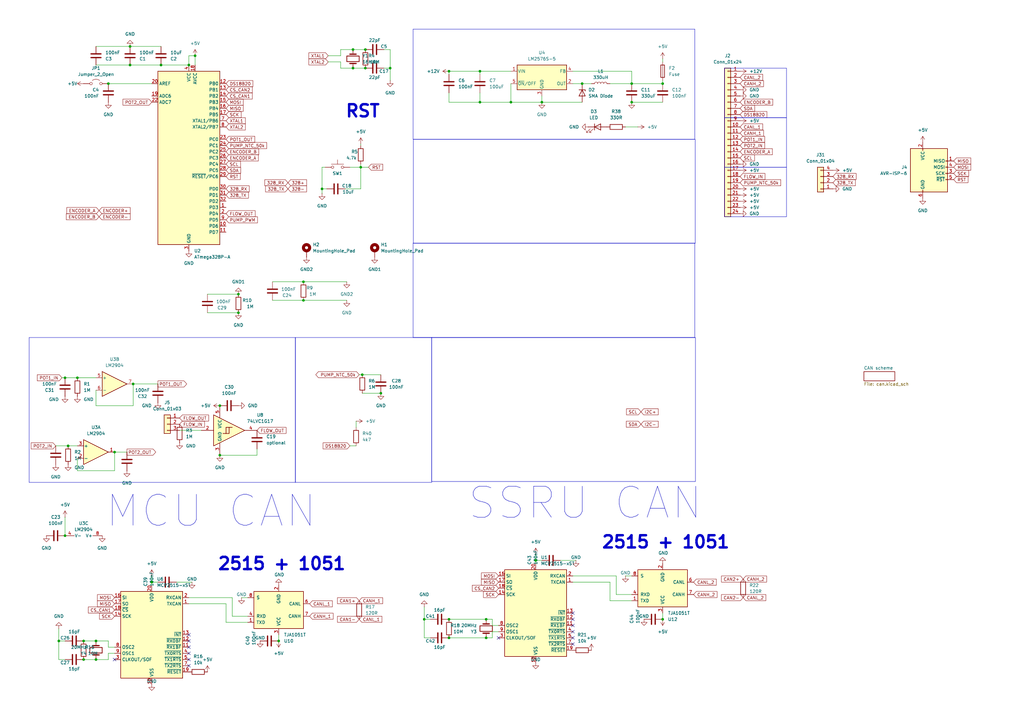
<source format=kicad_sch>
(kicad_sch (version 20250114) (generator "eeschema") (generator_version "9.0")
  (paper "A3")
  (rectangle (start 169.545 57.15) (end 285.115 99.822))
  (rectangle (start 177.038 138.43) (end 285.242 197.485))
  (rectangle (start 169.418 99.695) (end 284.988 138.43))
  (rectangle (start 297.18 27.94) (end 322.58 48.26))
  (rectangle (start 297.18 48.26) (end 322.58 68.58))
  (rectangle (start 121.158 138.43) (end 177.038 197.866))
  (rectangle (start 297.18 68.58) (end 322.58 88.9))
  (rectangle (start 11.938 138.43) (end 121.158 197.866))
  (rectangle (start 169.418 11.938) (end 284.988 57.15))
  (text "MCU CAN\n" (at 86.614 209.804 0) (effects (font (size 12.7 12.7))))
  (text "2515 + 1051" (at 273.05 222.504 0) (effects (font (size 5 5) (thickness 1) (bold yes))))
  (text "2515 + 1051" (at 115.57 231.394 0) (effects (font (size 5 5) (thickness 1) (bold yes))))
  (text "RST" (at 141.351 45.72 0) (effects (font (size 5 5) (thickness 1) (bold yes)) (justify left)))
  (text "SSRU CAN" (at 240.03 206.502 0) (effects (font (size 12.7 12.7))))
  (junction (at 196.85 29.21))
  (junction (at 124.46 115.57))
  (junction (at 271.78 34.29))
  (junction (at 44.45 34.29))
  (junction (at 156.21 161.29))
  (junction (at 77.47 26.67))
  (junction (at 149.86 20.32))
  (junction (at 199.39 261.62))
  (junction (at 34.29 270.51))
  (junction (at 124.46 123.19))
  (junction (at 53.34 26.67))
  (junction (at 196.85 41.91))
  (junction (at 53.34 19.05))
  (junction (at 149.86 27.94))
  (junction (at 24.13 262.89))
  (junction (at 238.76 34.29))
  (junction (at 39.37 262.89))
  (junction (at 219.71 229.87))
  (junction (at 259.08 41.91))
  (junction (at 184.15 261.62))
  (junction (at 90.17 186.69))
  (junction (at 184.15 254))
  (junction (at 144.78 27.94))
  (junction (at 39.37 270.51))
  (junction (at 199.39 254))
  (junction (at 259.08 34.29))
  (junction (at 66.04 26.67))
  (junction (at 46.99 185.42))
  (junction (at 34.29 262.89))
  (junction (at 97.79 120.65))
  (junction (at 26.67 219.71))
  (junction (at 114.3 262.89))
  (junction (at 160.02 27.94))
  (junction (at 26.67 154.94))
  (junction (at 222.25 41.91))
  (junction (at 80.01 22.86))
  (junction (at 90.17 166.37))
  (junction (at 31.75 154.94))
  (junction (at 132.08 77.47))
  (junction (at 209.55 41.91))
  (junction (at 173.99 254))
  (junction (at 147.955 68.58))
  (junction (at 54.61 157.48))
  (junction (at 184.15 29.21))
  (junction (at 144.78 20.32))
  (junction (at 148.59 153.67))
  (junction (at 27.94 182.88))
  (junction (at 62.23 238.76))
  (junction (at 97.79 128.27))
  (junction (at 271.78 254))
  (no_connect (at 77.47 265.43))
  (no_connect (at 204.47 261.62))
  (no_connect (at 234.95 259.08))
  (no_connect (at 234.95 264.16))
  (no_connect (at 234.95 251.46))
  (no_connect (at 234.95 261.62))
  (no_connect (at 77.47 273.05))
  (no_connect (at 234.95 254))
  (no_connect (at 46.99 270.51))
  (no_connect (at 77.47 260.35))
  (no_connect (at 77.47 267.97))
  (no_connect (at 77.47 270.51))
  (no_connect (at 77.47 262.89))
  (no_connect (at 234.95 256.54))
  (wire (pts (xy 160.02 33.02) (xy 160.02 27.94)))
  (wire (pts (xy 53.34 19.05) (xy 66.04 19.05)))
  (wire (pts (xy 173.99 261.62) (xy 176.53 261.62)))
  (wire (pts (xy 149.86 20.32) (xy 144.78 20.32)))
  (wire (pts (xy 39.37 19.05) (xy 53.34 19.05)))
  (wire (pts (xy 250.19 238.76) (xy 234.95 238.76)))
  (wire (pts (xy 53.34 26.67) (xy 66.04 26.67)))
  (wire (pts (xy 148.59 153.67) (xy 147.32 153.67)))
  (wire (pts (xy 92.71 255.27) (xy 92.71 247.65)))
  (wire (pts (xy 271.78 24.13) (xy 271.78 25.4)))
  (wire (pts (xy 44.45 34.29) (xy 62.23 34.29)))
  (wire (pts (xy 184.15 41.91) (xy 184.15 38.1)))
  (wire (pts (xy 204.47 259.08) (xy 201.93 259.08)))
  (wire (pts (xy 24.13 270.51) (xy 24.13 262.89)))
  (wire (pts (xy 238.76 34.29) (xy 234.95 34.29)))
  (wire (pts (xy 250.19 34.29) (xy 259.08 34.29)))
  (wire (pts (xy 148.59 161.29) (xy 156.21 161.29)))
  (wire (pts (xy 52.07 185.42) (xy 46.99 185.42)))
  (wire (pts (xy 95.25 252.73) (xy 95.25 245.11)))
  (wire (pts (xy 222.25 229.87) (xy 219.71 229.87)))
  (wire (pts (xy 124.46 123.19) (xy 111.76 123.19)))
  (wire (pts (xy 26.67 262.89) (xy 24.13 262.89)))
  (wire (pts (xy 256.54 52.07) (xy 261.62 52.07)))
  (wire (pts (xy 92.71 247.65) (xy 77.47 247.65)))
  (wire (pts (xy 184.15 29.21) (xy 184.15 30.48)))
  (wire (pts (xy 201.93 256.54) (xy 201.93 254)))
  (wire (pts (xy 176.53 254) (xy 173.99 254)))
  (wire (pts (xy 146.05 172.72) (xy 146.05 175.26)))
  (wire (pts (xy 184.15 261.62) (xy 199.39 261.62)))
  (wire (pts (xy 34.29 270.51) (xy 39.37 270.51)))
  (wire (pts (xy 139.7 25.4) (xy 134.62 25.4)))
  (wire (pts (xy 44.45 267.97) (xy 44.45 270.51)))
  (wire (pts (xy 147.955 68.58) (xy 147.955 77.47)))
  (wire (pts (xy 139.7 27.94) (xy 139.7 25.4)))
  (wire (pts (xy 250.19 246.38) (xy 250.19 238.76)))
  (wire (pts (xy 147.955 67.31) (xy 147.955 68.58)))
  (wire (pts (xy 105.41 186.69) (xy 90.17 186.69)))
  (wire (pts (xy 222.25 41.91) (xy 222.25 39.37)))
  (wire (pts (xy 80.01 22.86) (xy 77.47 22.86)))
  (wire (pts (xy 124.46 115.57) (xy 111.76 115.57)))
  (wire (pts (xy 99.06 245.11) (xy 101.6 245.11)))
  (wire (pts (xy 271.78 254) (xy 271.78 251.46)))
  (wire (pts (xy 44.45 262.89) (xy 39.37 262.89)))
  (wire (pts (xy 66.04 26.67) (xy 77.47 26.67)))
  (wire (pts (xy 72.39 238.76) (xy 78.74 238.76)))
  (wire (pts (xy 101.6 255.27) (xy 92.71 255.27)))
  (wire (pts (xy 184.15 29.21) (xy 196.85 29.21)))
  (wire (pts (xy 147.955 59.055) (xy 147.955 59.69)))
  (wire (pts (xy 201.93 259.08) (xy 201.93 261.62)))
  (wire (pts (xy 229.87 229.87) (xy 236.22 229.87)))
  (wire (pts (xy 141.605 77.47) (xy 147.955 77.47)))
  (wire (pts (xy 62.23 238.76) (xy 62.23 240.03)))
  (wire (pts (xy 196.85 29.21) (xy 196.85 30.48)))
  (wire (pts (xy 238.76 34.29) (xy 242.57 34.29)))
  (wire (pts (xy 39.37 154.94) (xy 31.75 154.94)))
  (wire (pts (xy 77.47 22.86) (xy 77.47 26.67)))
  (wire (pts (xy 95.25 245.11) (xy 77.47 245.11)))
  (wire (pts (xy 252.73 236.22) (xy 234.95 236.22)))
  (wire (pts (xy 196.85 38.1) (xy 196.85 41.91)))
  (wire (pts (xy 105.41 186.69) (xy 105.41 184.15)))
  (wire (pts (xy 31.75 187.96) (xy 31.75 193.04)))
  (wire (pts (xy 101.6 252.73) (xy 95.25 252.73)))
  (wire (pts (xy 157.48 27.94) (xy 160.02 27.94)))
  (wire (pts (xy 259.08 246.38) (xy 250.19 246.38)))
  (wire (pts (xy 62.23 236.22) (xy 62.23 238.76)))
  (wire (pts (xy 64.77 238.76) (xy 62.23 238.76)))
  (wire (pts (xy 219.71 229.87) (xy 219.71 231.14)))
  (wire (pts (xy 173.99 261.62) (xy 173.99 254)))
  (wire (pts (xy 132.08 68.58) (xy 132.08 77.47)))
  (wire (pts (xy 256.54 236.22) (xy 259.08 236.22)))
  (wire (pts (xy 26.67 154.94) (xy 31.75 154.94)))
  (wire (pts (xy 222.25 41.91) (xy 238.76 41.91)))
  (wire (pts (xy 31.75 193.04) (xy 46.99 193.04)))
  (wire (pts (xy 132.08 79.375) (xy 132.08 77.47)))
  (wire (pts (xy 44.45 265.43) (xy 44.45 262.89)))
  (wire (pts (xy 173.99 248.92) (xy 173.99 254)))
  (wire (pts (xy 234.95 29.21) (xy 259.08 29.21)))
  (wire (pts (xy 54.61 157.48) (xy 64.77 157.48)))
  (wire (pts (xy 34.29 262.89) (xy 39.37 262.89)))
  (wire (pts (xy 124.46 123.19) (xy 142.24 123.19)))
  (wire (pts (xy 24.13 270.51) (xy 26.67 270.51)))
  (wire (pts (xy 196.85 29.21) (xy 209.55 29.21)))
  (wire (pts (xy 139.7 20.32) (xy 144.78 20.32)))
  (wire (pts (xy 259.08 243.84) (xy 252.73 243.84)))
  (wire (pts (xy 209.55 34.29) (xy 209.55 41.91)))
  (wire (pts (xy 259.08 29.21) (xy 259.08 34.29)))
  (wire (pts (xy 25.4 154.94) (xy 26.67 154.94)))
  (wire (pts (xy 143.51 68.58) (xy 147.955 68.58)))
  (wire (pts (xy 252.73 243.84) (xy 252.73 236.22)))
  (wire (pts (xy 184.15 254) (xy 199.39 254)))
  (wire (pts (xy 184.15 41.91) (xy 196.85 41.91)))
  (wire (pts (xy 39.37 160.02) (xy 39.37 166.37)))
  (wire (pts (xy 139.7 27.94) (xy 144.78 27.94)))
  (wire (pts (xy 46.99 185.42) (xy 46.99 193.04)))
  (wire (pts (xy 44.45 270.51) (xy 39.37 270.51)))
  (wire (pts (xy 204.47 256.54) (xy 201.93 256.54)))
  (wire (pts (xy 39.37 166.37) (xy 54.61 166.37)))
  (wire (pts (xy 143.51 182.88) (xy 146.05 182.88)))
  (wire (pts (xy 148.59 153.67) (xy 156.21 153.67)))
  (wire (pts (xy 201.93 254) (xy 199.39 254)))
  (wire (pts (xy 147.955 68.58) (xy 151.13 68.58)))
  (wire (pts (xy 259.08 41.91) (xy 271.78 41.91)))
  (wire (pts (xy 201.93 261.62) (xy 199.39 261.62)))
  (wire (pts (xy 209.55 41.91) (xy 222.25 41.91)))
  (wire (pts (xy 31.75 182.88) (xy 27.94 182.88)))
  (wire (pts (xy 24.13 257.81) (xy 24.13 262.89)))
  (wire (pts (xy 160.02 20.32) (xy 160.02 27.94)))
  (wire (pts (xy 114.3 262.89) (xy 114.3 260.35)))
  (wire (pts (xy 73.66 176.53) (xy 82.55 176.53)))
  (wire (pts (xy 27.94 182.88) (xy 22.86 182.88)))
  (wire (pts (xy 196.85 41.91) (xy 209.55 41.91)))
  (wire (pts (xy 46.99 265.43) (xy 44.45 265.43)))
  (wire (pts (xy 133.35 68.58) (xy 132.08 68.58)))
  (wire (pts (xy 271.78 33.02) (xy 271.78 34.29)))
  (wire (pts (xy 39.37 26.67) (xy 53.34 26.67)))
  (wire (pts (xy 139.7 20.32) (xy 139.7 22.86)))
  (wire (pts (xy 80.01 22.86) (xy 80.01 26.67)))
  (wire (pts (xy 259.08 34.29) (xy 271.78 34.29)))
  (wire (pts (xy 160.02 20.32) (xy 157.48 20.32)))
  (wire (pts (xy 132.08 77.47) (xy 133.985 77.47)))
  (wire (pts (xy 149.86 27.94) (xy 144.78 27.94)))
  (wire (pts (xy 219.71 227.33) (xy 219.71 229.87)))
  (wire (pts (xy 85.09 120.65) (xy 97.79 120.65)))
  (wire (pts (xy 46.99 267.97) (xy 44.45 267.97)))
  (wire (pts (xy 54.61 166.37) (xy 54.61 157.48)))
  (wire (pts (xy 85.09 128.27) (xy 97.79 128.27)))
  (wire (pts (xy 26.67 212.09) (xy 26.67 219.71)))
  (wire (pts (xy 134.62 22.86) (xy 139.7 22.86)))
  (wire (pts (xy 124.46 115.57) (xy 142.24 115.57)))
  (global_label "CANL_1" (shape input) (at 147.32 254 0) (property "Intersheetrefs" "${INTERSHEET_REFS}" (effects (hide yes))))
  (global_label "ENCODER_A" (shape input) (at 92.71 64.77 0) (property "Intersheetrefs" "${INTERSHEET_REFS}" (effects (hide yes))))
  (global_label "ENCODER-" (shape input) (at 40.64 88.9 0) (property "Intersheetrefs" "${INTERSHEET_REFS}" (effects (hide yes))))
  (global_label "CAN2+" (shape input) (at 304.8 237.49 180) (property "Intersheetrefs" "${INTERSHEET_REFS}" (effects (hide yes))))
  (global_label "328_RX" (shape input) (at 92.71 77.47 0) (property "Intersheetrefs" "${INTERSHEET_REFS}" (effects (hide yes))))
  (global_label "328_TX" (shape input) (at 92.71 80.01 0) (property "Intersheetrefs" "${INTERSHEET_REFS}" (effects (hide yes))))
  (global_label "ENCODER_B" (shape input) (at 92.71 62.23 0) (property "Intersheetrefs" "${INTERSHEET_REFS}" (effects (hide yes))))
  (global_label "MISO" (shape input) (at 391.16 66.04 0) (property "Intersheetrefs" "${INTERSHEET_REFS}" (effects (hide yes))))
  (global_label "MISO" (shape input) (at 46.99 247.65 180) (property "Intersheetrefs" "${INTERSHEET_REFS}" (effects (hide yes))))
  (global_label "ENCODER_A" (shape input) (at 40.64 86.36 180) (property "Intersheetrefs" "${INTERSHEET_REFS}" (effects (hide yes))))
  (global_label "328_TX" (shape input) (at 341.63 74.93 0) (property "Intersheetrefs" "${INTERSHEET_REFS}" (effects (hide yes))))
  (global_label "XTAL1" (shape input) (at 134.62 22.86 180) (property "Intersheetrefs" "${INTERSHEET_REFS}" (effects (hide yes))))
  (global_label "RST" (shape input) (at 391.16 73.66 0) (property "Intersheetrefs" "${INTERSHEET_REFS}" (effects (hide yes))))
  (global_label "CS_CAN2" (shape input) (at 204.47 241.3 180) (property "Intersheetrefs" "${INTERSHEET_REFS}" (effects (hide yes))))
  (global_label "POT1_IN" (shape input) (at 303.53 57.15 0) (property "Intersheetrefs" "${INTERSHEET_REFS}" (effects (hide yes))))
  (global_label "FLOW_IN" (shape input) (at 303.53 72.39 0) (property "Intersheetrefs" "${INTERSHEET_REFS}" (effects (hide yes))))
  (global_label "CANH_1" (shape input) (at 127 252.73 0) (property "Intersheetrefs" "${INTERSHEET_REFS}" (effects (hide yes))))
  (global_label "PUMP_PWM" (shape input) (at 92.71 90.17 0) (property "Intersheetrefs" "${INTERSHEET_REFS}" (effects (hide yes))))
  (global_label "POT2_OUT" (shape output) (at 52.07 185.42 0) (property "Intersheetrefs" "${INTERSHEET_REFS}" (effects (hide yes))))
  (global_label "ENCODER_B" (shape input) (at 40.64 88.9 180) (property "Intersheetrefs" "${INTERSHEET_REFS}" (effects (hide yes))))
  (global_label "CANH_2" (shape input) (at 284.48 243.84 0) (property "Intersheetrefs" "${INTERSHEET_REFS}" (effects (hide yes))))
  (global_label "SCK" (shape input) (at 204.47 243.84 180) (property "Intersheetrefs" "${INTERSHEET_REFS}" (effects (hide yes))))
  (global_label "CS_CAN1" (shape input) (at 92.71 39.37 0) (property "Intersheetrefs" "${INTERSHEET_REFS}" (effects (hide yes))))
  (global_label "MISO" (shape input) (at 204.47 238.76 180) (property "Intersheetrefs" "${INTERSHEET_REFS}" (effects (hide yes))))
  (global_label "DS18B20" (shape input) (at 303.53 46.99 0) (property "Intersheetrefs" "${INTERSHEET_REFS}" (effects (hide yes))))
  (global_label "328+" (shape input) (at 118.11 74.93 0) (property "Intersheetrefs" "${INTERSHEET_REFS}" (effects (hide yes))))
  (global_label "FLOW_OUT" (shape input) (at 92.71 87.63 0) (property "Intersheetrefs" "${INTERSHEET_REFS}" (effects (hide yes))))
  (global_label "CANH_1" (shape input) (at 147.32 246.38 0) (property "Intersheetrefs" "${INTERSHEET_REFS}" (effects (hide yes))))
  (global_label "328_RX" (shape input) (at 341.63 72.39 0) (property "Intersheetrefs" "${INTERSHEET_REFS}" (effects (hide yes))))
  (global_label "CAN1+" (shape input) (at 147.32 246.38 180) (property "Intersheetrefs" "${INTERSHEET_REFS}" (effects (hide yes))))
  (global_label "SDA" (shape input) (at 262.89 173.99 180) (property "Intersheetrefs" "${INTERSHEET_REFS}" (effects (hide yes))))
  (global_label "CANH_2" (shape input) (at 303.53 34.29 0) (property "Intersheetrefs" "${INTERSHEET_REFS}" (effects (hide yes))))
  (global_label "POT1_OUT" (shape output) (at 64.77 157.48 0) (property "Intersheetrefs" "${INTERSHEET_REFS}" (effects (hide yes))))
  (global_label "CANH_2" (shape input) (at 304.8 237.49 0) (property "Intersheetrefs" "${INTERSHEET_REFS}" (effects (hide yes))))
  (global_label "CANL_1" (shape input) (at 127 247.65 0) (property "Intersheetrefs" "${INTERSHEET_REFS}" (effects (hide yes))))
  (global_label "CS_CAN2" (shape input) (at 92.71 36.83 0) (property "Intersheetrefs" "${INTERSHEET_REFS}" (effects (hide yes))))
  (global_label "DS18B20" (shape input) (at 92.71 34.29 0) (property "Intersheetrefs" "${INTERSHEET_REFS}" (effects (hide yes))))
  (global_label "I2C+" (shape input) (at 262.89 168.91 0) (property "Intersheetrefs" "${INTERSHEET_REFS}" (effects (hide yes))))
  (global_label "CANL_2" (shape input) (at 303.53 31.75 0) (property "Intersheetrefs" "${INTERSHEET_REFS}" (effects (hide yes))))
  (global_label "MOSI" (shape input) (at 92.71 41.91 0) (property "Intersheetrefs" "${INTERSHEET_REFS}" (effects (hide yes))))
  (global_label "SCK" (shape input) (at 391.16 71.12 0) (property "Intersheetrefs" "${INTERSHEET_REFS}" (effects (hide yes))))
  (global_label "SDA" (shape input) (at 303.53 44.45 0) (property "Intersheetrefs" "${INTERSHEET_REFS}" (effects (hide yes))))
  (global_label "CANH_1" (shape input) (at 303.53 54.61 0) (property "Intersheetrefs" "${INTERSHEET_REFS}" (effects (hide yes))))
  (global_label "MISO" (shape input) (at 92.71 44.45 0) (property "Intersheetrefs" "${INTERSHEET_REFS}" (effects (hide yes))))
  (global_label "POT2_IN" (shape input) (at 22.86 182.88 180) (property "Intersheetrefs" "${INTERSHEET_REFS}" (effects (hide yes))))
  (global_label "MOSI" (shape input) (at 46.99 245.11 180) (property "Intersheetrefs" "${INTERSHEET_REFS}" (effects (hide yes))))
  (global_label "POT2_IN" (shape input) (at 303.53 59.69 0) (property "Intersheetrefs" "${INTERSHEET_REFS}" (effects (hide yes))))
  (global_label "328_RX" (shape input) (at 118.11 74.93 180) (property "Intersheetrefs" "${INTERSHEET_REFS}" (effects (hide yes))))
  (global_label "SCL" (shape input) (at 92.71 67.31 0) (property "Intersheetrefs" "${INTERSHEET_REFS}" (effects (hide yes))))
  (global_label "SCK" (shape input) (at 92.71 46.99 0) (property "Intersheetrefs" "${INTERSHEET_REFS}" (effects (hide yes))))
  (global_label "DS18B20" (shape input) (at 143.51 182.88 180) (property "Intersheetrefs" "${INTERSHEET_REFS}" (effects (hide yes))))
  (global_label "FLOW_OUT" (shape input) (at 105.41 176.53 0) (property "Intersheetrefs" "${INTERSHEET_REFS}" (effects (hide yes))))
  (global_label "FLOW_IN" (shape input) (at 73.66 173.99 0) (property "Intersheetrefs" "${INTERSHEET_REFS}" (effects (hide yes))))
  (global_label "328-" (shape input) (at 118.11 77.47 0) (property "Intersheetrefs" "${INTERSHEET_REFS}" (effects (hide yes))))
  (global_label "CS_CAN1" (shape input) (at 46.99 250.19 180) (property "Intersheetrefs" "${INTERSHEET_REFS}" (effects (hide yes))))
  (global_label "SCL" (shape input) (at 303.53 64.77 0) (property "Intersheetrefs" "${INTERSHEET_REFS}" (effects (hide yes))))
  (global_label "POT1_OUT" (shape input) (at 92.71 57.15 0) (property "Intersheetrefs" "${INTERSHEET_REFS}" (effects (hide yes))))
  (global_label "CAN2-" (shape input) (at 304.8 245.11 180) (property "Intersheetrefs" "${INTERSHEET_REFS}" (effects (hide yes))))
  (global_label "PUMP_NTC_50k" (shape input) (at 92.71 59.69 0) (property "Intersheetrefs" "${INTERSHEET_REFS}" (effects (hide yes))))
  (global_label "ENCODER_B" (shape input) (at 303.53 41.91 0) (property "Intersheetrefs" "${INTERSHEET_REFS}" (effects (hide yes))))
  (global_label "MOSI" (shape input) (at 204.47 236.22 180) (property "Intersheetrefs" "${INTERSHEET_REFS}" (effects (hide yes))))
  (global_label "POT1_IN" (shape input) (at 25.4 154.94 180) (property "Intersheetrefs" "${INTERSHEET_REFS}" (effects (hide yes))))
  (global_label "CANL_1" (shape input) (at 303.53 52.07 0) (property "Intersheetrefs" "${INTERSHEET_REFS}" (effects (hide yes))))
  (global_label "XTAL1" (shape input) (at 92.71 49.53 0) (property "Intersheetrefs" "${INTERSHEET_REFS}" (effects (hide yes))))
  (global_label "SCK" (shape input) (at 46.99 252.73 180) (property "Intersheetrefs" "${INTERSHEET_REFS}" (effects (hide yes))))
  (global_label "ENCODER+" (shape input) (at 40.64 86.36 0) (property "Intersheetrefs" "${INTERSHEET_REFS}" (effects (hide yes))))
  (global_label "POT2_OUT" (shape input) (at 62.23 41.91 180) (property "Intersheetrefs" "${INTERSHEET_REFS}" (effects (hide yes))))
  (global_label "PUMP_NTC_50k" (shape bidirectional) (at 147.32 153.67 180) (property "Intersheetrefs" "${INTERSHEET_REFS}" (effects (hide yes))))
  (global_label "328_TX" (shape input) (at 118.11 77.47 180) (property "Intersheetrefs" "${INTERSHEET_REFS}" (effects (hide yes))))
  (global_label "RST" (shape input) (at 92.71 72.39 0) (property "Intersheetrefs" "${INTERSHEET_REFS}" (effects (hide yes))))
  (global_label "SDA" (shape input) (at 92.71 69.85 0) (property "Intersheetrefs" "${INTERSHEET_REFS}" (effects (hide yes))))
  (global_label "SCL" (shape input) (at 262.89 168.91 180) (property "Intersheetrefs" "${INTERSHEET_REFS}" (effects (hide yes))))
  (global_label "FLOW_OUT" (shape input) (at 73.66 171.45 0) (property "Intersheetrefs" "${INTERSHEET_REFS}" (effects (hide yes))))
  (global_label "XTAL2" (shape input) (at 134.62 25.4 180) (property "Intersheetrefs" "${INTERSHEET_REFS}" (effects (hide yes))))
  (global_label "PUMP_NTC_50k" (shape input) (at 303.53 74.93 0) (property "Intersheetrefs" "${INTERSHEET_REFS}" (effects (hide yes))))
  (global_label "RST" (shape input) (at 151.13 68.58 0) (property "Intersheetrefs" "${INTERSHEET_REFS}" (effects (hide yes))))
  (global_label "MOSI" (shape input) (at 391.16 68.58 0) (property "Intersheetrefs" "${INTERSHEET_REFS}" (effects (hide yes))))
  (global_label "ENCODER_A" (shape input) (at 303.53 62.23 0) (property "Intersheetrefs" "${INTERSHEET_REFS}" (effects (hide yes))))
  (global_label "CANL_2" (shape input) (at 304.8 245.11 0) (property "Intersheetrefs" "${INTERSHEET_REFS}" (effects (hide yes))))
  (global_label "I2C-" (shape input) (at 262.89 173.99 0) (property "Intersheetrefs" "${INTERSHEET_REFS}" (effects (hide yes))))
  (global_label "CAN1-" (shape input) (at 147.32 254 180) (property "Intersheetrefs" "${INTERSHEET_REFS}" (effects (hide yes))))
  (global_label "XTAL2" (shape input) (at 92.71 52.07 0) (property "Intersheetrefs" "${INTERSHEET_REFS}" (effects (hide yes))))
  (global_label "CANL_2" (shape input) (at 284.48 238.76 0) (property "Intersheetrefs" "${INTERSHEET_REFS}" (effects (hide yes))))
  (symbol (lib_id "power:GND") (at 219.71 271.78 0) (unit 1)
    (property "Reference" "#PWR033" (effects (hide yes)))
    (property "Value" "GND" (at 219.71 270.51 0))
  )
  (symbol (lib_id "power:+5V") (at 303.53 80.01 270) (mirror x) (unit 1)
    (property "Reference" "#PWR0110" (effects (hide yes)))
    (property "Value" "+5V" (at 307.34 80.0099 90) (effects (justify left)))
    (property "Description" "Power symbol creates a global label with name \"+5V\"" (effects (hide yes)))
  )
  (symbol (lib_id "power:+12V") (at 303.53 29.21 270) (mirror x) (unit 1)
    (property "Reference" "#PWR06" (effects (hide yes)))
    (property "Value" "+12V" (at 307.34 29.2099 90) (effects (justify left)))
    (property "Description" "Power symbol creates a global label with name \"+12V\"" (effects (hide yes)))
  )
  (symbol (lib_id "Device:C") (at 180.34 261.62 90) (mirror x) (unit 1)
    (property "Reference" "C42" (at 176.53 262.89 90))
    (property "Value" "16pF" (at 180.34 265.43 90))
    (property "Footprint" "RMC_Capacitor:C_0805_2012Metric_Pad1.18x1.45mm_HandSolder_L" (effects (hide yes)))
  )
  (symbol (lib_id "power:GND") (at 52.07 193.04 0) (unit 1)
    (property "Reference" "#PWR039" (effects (hide yes)))
    (property "Value" "GND" (at 52.07 198.12 0))
    (property "Description" "Power symbol creates a global label with name \"GND\" , ground" (effects (hide yes)))
  )
  (symbol (lib_id "Device:Crystal") (at 39.37 266.7 270) (unit 1)
    (property "Reference" "Y4" (at 35.56 267.9701 90) (effects (justify right)))
    (property "Value" "20MHz" (at 35.56 265.4301 90) (effects (justify right)))
    (property "Footprint" "RMC_Crystal:Crystal_HC49-U_Vertical_W_SMD" (effects (hide yes)))
    (property "Description" "Two pin crystal" (effects (hide yes)))
  )
  (symbol (lib_id "Device:LED") (at 245.11 52.07 0) (unit 1)
    (property "Reference" "D3" (at 243.5225 45.72 0))
    (property "Value" "LED" (at 243.5225 48.26 0))
    (property "Footprint" "RMC_LED:LED_0805_2012Metric_Pad1.45x1.40mm_HandSolder" (effects (hide yes)))
    (property "Description" "Light emitting diode" (effects (hide yes)))
  )
  (symbol (lib_id "Interface_CAN_LIN:TJA1051T") (at 271.78 241.3 0) (mirror x) (unit 1)
    (property "Reference" "U12" (at 273.9233 254 0) (effects (justify left)))
    (property "Value" "TJA1051T" (at 273.9233 251.46 0) (effects (justify left)))
    (property "Footprint" "RMC_SO:SOIC-8_3.9x4.9mm_P1.27mm_RMC_Handsolder" (effects (hide yes)))
    (property "Datasheet" "http://www.nxp.com/docs/en/data-sheet/TJA1051.pdf" (effects (hide yes)))
    (property "Description" "High-Speed CAN Transceiver, silent mode, SOIC-8" (effects (hide yes)))
  )
  (symbol (lib_id "Device:C") (at 137.795 77.47 90) (unit 1)
    (property "Reference" "C18" (at 142.24 76.2 90))
    (property "Value" "10uF" (at 142.875 78.74 90))
    (property "Footprint" "RMC_Capacitor:C_0805_2012Metric_Pad1.18x1.45mm_HandSolder_L" (effects (hide yes)))
  )
  (symbol (lib_id "power:+5V") (at 34.29 34.29 90) (unit 1)
    (property "Reference" "#PWR077" (effects (hide yes)))
    (property "Value" "+5V" (at 31.75 34.2899 90) (effects (justify left)))
    (property "Description" "Power symbol creates a global label with name \"+5V\"" (effects (hide yes)))
  )
  (symbol (lib_id "Device:C") (at 39.37 22.86 0) (mirror y) (unit 1)
    (property "Reference" "C3" (at 43.18 24.1301 0) (effects (justify right)))
    (property "Value" "100nF" (at 43.18 21.5901 0) (effects (justify right)))
    (property "Footprint" "RMC_Capacitor:C_0805_2012Metric_Pad1.18x1.45mm_HandSolder_L" (effects (hide yes)))
    (property "Description" "Unpolarized capacitor" (effects (hide yes)))
  )
  (symbol (lib_id "Device:C") (at 30.48 262.89 90) (unit 1)
    (property "Reference" "C26" (at 26.67 261.62 90))
    (property "Value" "16pF" (at 30.48 259.08 90))
    (property "Footprint" "RMC_Capacitor:C_0805_2012Metric_Pad1.18x1.45mm_HandSolder_L" (effects (hide yes)))
  )
  (symbol (lib_id "Device:R") (at 73.66 177.8 180) (unit 1)
    (property "Reference" "R3" (at 76.2 176.5299 0) (effects (justify right)))
    (property "Value" "1M" (at 76.2 179.0699 0) (effects (justify right)))
    (property "Footprint" "RMC_Resistor:R_0805_2012Metric_Pad1.20x1.40mm_HandSolder_L" (effects (hide yes)))
    (property "Description" "Resistor" (effects (hide yes)))
  )
  (symbol (lib_id "power:GND") (at 303.53 36.83 90) (mirror x) (unit 1)
    (property "Reference" "#PWR027" (effects (hide yes)))
    (property "Value" "GND" (at 307.34 36.8299 90) (effects (justify right)))
    (property "Description" "Power symbol creates a global label with name \"GND\" , ground" (effects (hide yes)))
  )
  (symbol (lib_id "power:GND") (at 303.53 39.37 90) (mirror x) (unit 1)
    (property "Reference" "#PWR024" (effects (hide yes)))
    (property "Value" "GND" (at 307.34 39.3699 90) (effects (justify right)))
    (property "Description" "Power symbol creates a global label with name \"GND\" , ground" (effects (hide yes)))
  )
  (symbol (lib_id "power:GND") (at 78.74 238.76 0) (unit 1)
    (property "Reference" "#PWR015" (effects (hide yes)))
    (property "Value" "GND" (at 78.74 237.49 0))
  )
  (symbol (lib_id "Amplifier_Operational:LM2904") (at 39.37 185.42 0) (unit 1)
    (property "Reference" "U3" (at 39.37 175.26 0))
    (property "Value" "LM2904" (at 39.37 177.8 0))
    (property "Footprint" "RMC_SO:SOIC-8_3.9x4.9mm_P1.27mm_RMC_Handsolder" (effects (hide yes)))
    (property "Datasheet" "http://www.ti.com/lit/ds/symlink/lm358.pdf" (effects (hide yes)))
    (property "Description" "Dual Operational Amplifiers, DIP-8/SOIC-8/TSSOP-8/VSSOP-8" (effects (hide yes)))
  )
  (symbol (lib_id "power:+5V") (at 261.62 52.07 270) (unit 1)
    (property "Reference" "#PWR040" (effects (hide yes)))
    (property "Value" "+5V" (at 265.43 52.0699 90) (effects (justify left)))
    (property "Description" "Power symbol creates a global label with name \"+5V\"" (effects (hide yes)))
  )
  (symbol (lib_id "power:+5V") (at 114.3 262.89 180) (unit 1)
    (property "Reference" "#PWR026" (effects (hide yes)))
    (property "Value" "+5V" (at 114.3 267.97 0))
  )
  (symbol (lib_id "Connector_Generic:Conn_01x24") (at 298.45 57.15 0) (mirror y) (unit 1)
    (property "Reference" "J2" (at 298.45 22.86 0))
    (property "Value" "Conn_01x24" (at 298.45 25.4 0))
    (property "Footprint" "RMC_Connnector:HD241_24pin" (effects (hide yes)))
    (property "Description" "Generic connector, single row, 01x24, script generated (kicad-library-utils/schlib/autogen/connector/)" (effects (hide yes)))
  )
  (symbol (lib_id "Device:Crystal") (at 144.78 24.13 90) (unit 1)
    (property "Reference" "Y1" (at 148.59 22.8599 90) (effects (justify right)))
    (property "Value" "16MHz" (at 148.59 25.3999 90) (effects (justify right)))
    (property "Footprint" "RMC_Crystal:Crystal_HC49-U_Vertical_W_SMD" (effects (hide yes)))
    (property "Description" "Two pin crystal" (effects (hide yes)))
  )
  (symbol (lib_id "power:GND1") (at 153.67 105.41 0) (unit 1)
    (property "Reference" "#PWR055" (effects (hide yes)))
    (property "Value" "GND1" (at 153.67 110.49 0))
    (property "Description" "Power symbol creates a global label with name \"GND1\" , ground" (effects (hide yes)))
  )
  (symbol (lib_id "power:GND") (at 264.16 254 0) (unit 1)
    (property "Reference" "#PWR078" (effects (hide yes)))
    (property "Value" "GND" (at 264.16 252.73 0))
  )
  (symbol (lib_id "power:GND") (at 41.91 219.71 0) (unit 1)
    (property "Reference" "#PWR044" (effects (hide yes)))
    (property "Value" "GND" (at 41.91 224.79 0))
    (property "Description" "Power symbol creates a global label with name \"GND\" , ground" (effects (hide yes)))
  )
  (symbol (lib_id "Device:C") (at 68.58 238.76 270) (unit 1)
    (property "Reference" "C39" (at 59.69 240.538 0) (effects (justify right)))
    (property "Value" "100nF" (at 62.23 240.538 0) (effects (justify right)))
    (property "Footprint" "RMC_Capacitor:C_0805_2012Metric_Pad1.18x1.45mm_HandSolder_L" (effects (hide yes)))
    (property "Description" "Unpolarized capacitor" (effects (hide yes)))
  )
  (symbol (lib_id "Device:C") (at 267.97 254 270) (unit 1)
    (property "Reference" "C44" (at 259.08 255.778 0) (effects (justify right)))
    (property "Value" "100nF" (at 261.62 255.778 0) (effects (justify right)))
    (property "Footprint" "RMC_Capacitor:C_0805_2012Metric_Pad1.18x1.45mm_HandSolder_L" (effects (hide yes)))
    (property "Description" "Unpolarized capacitor" (effects (hide yes)))
  )
  (symbol (lib_id "Interface_CAN_LIN:MCP2515-xST") (at 219.71 251.46 0) (unit 1)
    (property "Reference" "U1" (at 221.8533 228.6 0) (effects (justify left)))
    (property "Value" "MCP2515-xST" (at 221.8533 231.14 0) (effects (justify left)))
    (property "Footprint" "Package_SO:TSSOP-20_4.4x6.5mm_P0.65mm" (effects (hide yes)))
    (property "Datasheet" "http://ww1.microchip.com/downloads/en/DeviceDoc/21801e.pdf" (effects (hide yes)))
    (property "Description" "Stand-Alone CAN Controller with SPI Interface, TSSOP-20" (effects (hide yes)))
  )
  (symbol (lib_id "Connector_Generic:Conn_01x03") (at 68.58 173.99 0) (mirror y) (unit 1)
    (property "Reference" "J5" (at 68.58 165.1 0))
    (property "Value" "Conn_01x03" (at 68.58 167.64 0))
    (property "Footprint" "Jumper:SolderJumper-3_P1.3mm_Open_Pad1.0x1.5mm" (effects (hide yes)))
    (property "Description" "Generic connector, single row, 01x03, script generated (kicad-library-utils/schlib/autogen/connector/)" (effects (hide yes)))
  )
  (symbol (lib_id "power:GND") (at 241.3 52.07 270) (unit 1)
    (property "Reference" "#PWR083" (effects (hide yes)))
    (property "Value" "GND" (at 237.49 52.0699 90) (effects (justify right)))
    (property "Description" "Power symbol creates a global label with name \"GND\" , ground" (effects (hide yes)))
  )
  (symbol (lib_id "Device:R") (at 97.79 124.46 0) (mirror x) (unit 1)
    (property "Reference" "R10" (at 101.346 123.19 0))
    (property "Value" "1M" (at 102.616 125.73 0))
    (property "Footprint" "RMC_Resistor:R_0805_2012Metric_Pad1.20x1.40mm_HandSolder_L" (effects (hide yes)))
  )
  (symbol (lib_id "Device:C") (at 153.67 27.94 270) (unit 1)
    (property "Reference" "C17" (at 157.48 29.21 90))
    (property "Value" "22pF" (at 153.67 31.75 90))
    (property "Footprint" "RMC_Capacitor:C_0805_2012Metric_Pad1.18x1.45mm_HandSolder_L" (effects (hide yes)))
  )
  (symbol (lib_id "power:+5V") (at 271.78 254 180) (unit 1)
    (property "Reference" "#PWR053" (effects (hide yes)))
    (property "Value" "+5V" (at 271.78 259.08 0))
  )
  (symbol (lib_id "Device:C") (at 105.41 180.34 180) (unit 1)
    (property "Reference" "C19" (at 109.22 179.0699 0) (effects (justify right)))
    (property "Value" "optional" (at 109.22 181.6099 0) (effects (justify right)))
    (property "Footprint" "RMC_Capacitor:C_0805_2012Metric_Pad1.18x1.45mm_HandSolder_L" (effects (hide yes)))
    (property "Description" "Unpolarized capacitor" (effects (hide yes)))
  )
  (symbol (lib_id "power:GND") (at 90.17 186.69 0) (unit 1)
    (property "Reference" "#PWR0107" (effects (hide yes)))
    (property "Value" "GND" (at 90.17 191.77 0))
    (property "Description" "Power symbol creates a global label with name \"GND\" , ground" (effects (hide yes)))
  )
  (symbol (lib_id "power:GND") (at 256.54 236.22 0) (unit 1)
    (property "Reference" "#PWR051" (effects (hide yes)))
    (property "Value" "GND" (at 256.54 234.95 0))
  )
  (symbol (lib_id "Device:R") (at 124.46 119.38 0) (mirror x) (unit 1)
    (property "Reference" "R9" (at 127 118.11 0))
    (property "Value" "1M" (at 128.27 120.65 0))
    (property "Footprint" "RMC_Resistor:R_0805_2012Metric_Pad1.20x1.40mm_HandSolder_L" (effects (hide yes)))
  )
  (symbol (lib_id "power:+5V") (at 80.01 22.86 0) (unit 1)
    (property "Reference" "#PWR076" (effects (hide yes)))
    (property "Value" "+5V" (at 80.01 17.78 0))
    (property "Description" "Power symbol creates a global label with name \"+5V\"" (effects (hide yes)))
  )
  (symbol (lib_id "Device:R") (at 147.955 63.5 180) (unit 1)
    (property "Reference" "R5" (at 145.415 62.23 0))
    (property "Value" "4.7k" (at 144.145 64.77 0))
    (property "Footprint" "RMC_Resistor:R_0805_2012Metric_Pad1.20x1.40mm_HandSolder_L" (effects (hide yes)))
  )
  (symbol (lib_id "Device:C") (at 184.15 34.29 180) (unit 1)
    (property "Reference" "C6" (at 187.96 33.0199 0) (effects (justify right)))
    (property "Value" "100nF" (at 187.96 35.5599 0) (effects (justify right)))
    (property "Footprint" "RMC_Capacitor:C_0805_2012Metric_Pad1.18x1.45mm_HandSolder_L" (effects (hide yes)))
    (property "Description" "Unpolarized capacitor" (effects (hide yes)))
  )
  (symbol (lib_id "power:GND") (at 31.75 162.56 0) (mirror y) (unit 1)
    (property "Reference" "#PWR017" (effects (hide yes)))
    (property "Value" "GND" (at 34.29 163.8301 0) (effects (justify right)))
    (property "Description" "Power symbol creates a global label with name \"GND\" , ground" (effects (hide yes)))
  )
  (symbol (lib_id "Device:C") (at 44.45 38.1 0) (mirror x) (unit 1)
    (property "Reference" "C4" (at 40.64 36.8299 0) (effects (justify right)))
    (property "Value" "100nF" (at 40.64 39.3699 0) (effects (justify right)))
    (property "Footprint" "RMC_Capacitor:C_0805_2012Metric_Pad1.18x1.45mm_HandSolder_L" (effects (hide yes)))
    (property "Description" "Unpolarized capacitor" (effects (hide yes)))
  )
  (symbol (lib_id "power:+5V") (at 26.67 212.09 0) (unit 1)
    (property "Reference" "#PWR043" (effects (hide yes)))
    (property "Value" "+5V" (at 26.67 207.01 0))
    (property "Description" "Power symbol creates a global label with name \"+5V\"" (effects (hide yes)))
  )
  (symbol (lib_id "power:GND") (at 97.79 166.37 90) (unit 1)
    (property "Reference" "#PWR0108" (effects (hide yes)))
    (property "Value" "GND" (at 101.6 166.3699 90) (effects (justify right)))
    (property "Description" "Power symbol creates a global label with name \"GND\" , ground" (effects (hide yes)))
  )
  (symbol (lib_id "Device:C") (at 180.34 254 90) (unit 1)
    (property "Reference" "C41" (at 176.53 252.73 90))
    (property "Value" "16pF" (at 180.34 250.19 90))
    (property "Footprint" "RMC_Capacitor:C_0805_2012Metric_Pad1.18x1.45mm_HandSolder_L" (effects (hide yes)))
  )
  (symbol (lib_id "Device:R") (at 184.15 257.81 0) (mirror x) (unit 1)
    (property "Reference" "R18" (at 186.69 256.54 0))
    (property "Value" "10M" (at 187.96 259.08 0))
    (property "Footprint" "RMC_Resistor:R_0805_2012Metric_Pad1.20x1.40mm_HandSolder_L" (effects (hide yes)))
  )
  (symbol (lib_id "Device:C") (at 64.77 161.29 0) (mirror x) (unit 1)
    (property "Reference" "C32" (at 58.42 162.56 0))
    (property "Value" "100nF" (at 58.42 160.02 0))
    (property "Footprint" "RMC_Capacitor:C_0805_2012Metric_Pad1.18x1.45mm_HandSolder_L" (effects (hide yes)))
    (property "Description" "Unpolarized capacitor" (effects (hide yes)))
  )
  (symbol (lib_id "Connector_Generic:Conn_01x04") (at 336.55 74.93 180) (unit 1)
    (property "Reference" "J31" (at 336.55 63.5 0))
    (property "Value" "Conn_01x04" (at 336.55 66.04 0))
    (property "Footprint" "Connector_JST:JST_XH_B4B-XH-A_1x04_P2.50mm_Vertical" (effects (hide yes)))
    (property "Description" "Generic connector, single row, 01x04, script generated (kicad-library-utils/schlib/autogen/connector/)" (effects (hide yes)))
  )
  (symbol (lib_id "power:GND") (at 303.53 87.63 90) (unit 1)
    (property "Reference" "#PWR084" (effects (hide yes)))
    (property "Value" "GND" (at 307.34 87.6299 90) (effects (justify right)))
    (property "Description" "Power symbol creates a global label with name \"GND\" , ground" (effects (hide yes)))
  )
  (symbol (lib_id "Device:C") (at 271.78 38.1 180) (unit 1)
    (property "Reference" "C12" (at 275.59 36.8299 0) (effects (justify right)))
    (property "Value" "100nF" (at 275.59 39.3699 0) (effects (justify right)))
    (property "Footprint" "RMC_Capacitor:C_0805_2012Metric_Pad1.18x1.45mm_HandSolder_L" (effects (hide yes)))
    (property "Description" "Unpolarized capacitor" (effects (hide yes)))
  )
  (symbol (lib_id "Interface_CAN_LIN:MCP2515-xST") (at 62.23 260.35 0) (unit 1)
    (property "Reference" "U6" (at 64.3733 237.49 0) (effects (justify left)))
    (property "Value" "MCP2515-xST" (at 64.3733 240.03 0) (effects (justify left)))
    (property "Footprint" "Package_SO:TSSOP-20_4.4x6.5mm_P0.65mm" (effects (hide yes)))
    (property "Datasheet" "http://ww1.microchip.com/downloads/en/DeviceDoc/21801e.pdf" (effects (hide yes)))
    (property "Description" "Stand-Alone CAN Controller with SPI Interface, TSSOP-20" (effects (hide yes)))
  )
  (symbol (lib_id "Device:R") (at 147.32 250.19 180) (unit 1)
    (property "Reference" "R17" (at 149.86 248.9199 0) (effects (justify right)))
    (property "Value" "120R" (at 149.86 251.4599 0) (effects (justify right)))
    (property "Footprint" "RMC_Resistor:R_0805_2012Metric_Pad1.20x1.40mm_HandSolder_L" (effects (hide yes)))
    (property "Description" "Resistor" (effects (hide yes)))
  )
  (symbol (lib_id "Device:R") (at 27.94 186.69 180) (unit 1)
    (property "Reference" "R2" (at 30.48 185.4199 0) (effects (justify right)))
    (property "Value" "1M" (at 30.48 187.9599 0) (effects (justify right)))
    (property "Footprint" "RMC_Resistor:R_0805_2012Metric_Pad1.20x1.40mm_HandSolder_L" (effects (hide yes)))
    (property "Description" "Resistor" (effects (hide yes)))
  )
  (symbol (lib_id "power:+5V") (at 303.53 49.53 270) (unit 1)
    (property "Reference" "#PWR091" (effects (hide yes)))
    (property "Value" "+5V" (at 307.34 49.5301 90) (effects (justify left)))
    (property "Description" "Power symbol creates a global label with name \"+5V\"" (effects (hide yes)))
  )
  (symbol (lib_id "Device:C") (at 26.67 158.75 0) (mirror x) (unit 1)
    (property "Reference" "C31" (at 20.32 160.02 0))
    (property "Value" "100nF" (at 20.32 157.48 0))
    (property "Footprint" "RMC_Capacitor:C_0805_2012Metric_Pad1.18x1.45mm_HandSolder_L" (effects (hide yes)))
    (property "Description" "Unpolarized capacitor" (effects (hide yes)))
  )
  (symbol (lib_id "power:GND") (at 173.99 248.92 180) (unit 1)
    (property "Reference" "#PWR028" (effects (hide yes)))
    (property "Value" "GND" (at 173.99 243.84 0))
    (property "Description" "Power symbol creates a global label with name \"GND\" , ground" (effects (hide yes)))
  )
  (symbol (lib_id "Device:C") (at 52.07 189.23 0) (mirror x) (unit 1)
    (property "Reference" "C37" (effects (hide yes)))
    (property "Value" "100nF" (effects (hide yes)))
    (property "Footprint" "RMC_Capacitor:C_0805_2012Metric_Pad1.18x1.45mm_HandSolder_L" (effects (hide yes)))
    (property "Description" "Unpolarized capacitor" (effects (hide yes)))
  )
  (symbol (lib_id "Device:R") (at 146.05 179.07 0) (unit 1)
    (property "Reference" "R40" (at 148.59 177.7999 0) (effects (justify left)))
    (property "Value" "4k7" (at 148.59 180.3399 0) (effects (justify left)))
    (property "Footprint" "RMC_Resistor:R_0805_2012Metric_Pad1.20x1.40mm_HandSolder_L" (effects (hide yes)))
    (property "Description" "Resistor" (effects (hide yes)))
  )
  (symbol (lib_id "power:+5V") (at 341.63 69.85 270) (mirror x) (unit 1)
    (property "Reference" "#PWR0102" (effects (hide yes)))
    (property "Value" "+5V" (at 345.44 69.8499 90) (effects (justify left)))
    (property "Description" "Power symbol creates a global label with name \"+5V\"" (effects (hide yes)))
  )
  (symbol (lib_id "Regulator_Switching:LM2576S-5") (at 222.25 31.75 0) (unit 1)
    (property "Reference" "U4" (at 222.25 21.59 0))
    (property "Value" "LM2576S-5" (at 222.25 24.13 0))
    (property "Footprint" "RMC_TO:TO-263-5_TabPin3_Handsolder" (effects (hide yes)))
    (property "Datasheet" "http://www.ti.com/lit/ds/symlink/lm2576.pdf" (effects (hide yes)))
    (property "Description" "5V, 3A SIMPLE SWITCHER® Step-Down Voltage Regulator, TO-263" (effects (hide yes)))
  )
  (symbol (lib_id "power:GND") (at 97.79 128.27 0) (unit 1)
    (property "Reference" "#PWR046" (effects (hide yes)))
    (property "Value" "GND" (at 97.79 133.35 0))
  )
  (symbol (lib_id "power:GND") (at 19.05 219.71 0) (unit 1)
    (property "Reference" "#PWR045" (effects (hide yes)))
    (property "Value" "GND" (at 19.05 224.79 0))
    (property "Description" "Power symbol creates a global label with name \"GND\" , ground" (effects (hide yes)))
  )
  (symbol (lib_id "Device:C") (at 93.98 166.37 270) (unit 1)
    (property "Reference" "C30" (at 93.98 158.75 90))
    (property "Value" "100nF" (at 93.98 161.29 90))
    (property "Footprint" "RMC_Capacitor:C_0805_2012Metric_Pad1.18x1.45mm_HandSolder_L" (effects (hide yes)))
    (property "Description" "Unpolarized capacitor" (effects (hide yes)))
  )
  (symbol (lib_id "Device:R") (at 252.73 52.07 270) (unit 1)
    (property "Reference" "R38" (at 252.73 45.72 90))
    (property "Value" "330R" (at 252.73 48.26 90))
    (property "Footprint" "RMC_Resistor:R_0805_2012Metric_Pad1.20x1.40mm_HandSolder_L" (effects (hide yes)))
    (property "Description" "Resistor" (effects (hide yes)))
  )
  (symbol (lib_id "MCU_Microchip_ATmega:ATmega328P-A") (at 77.47 64.77 0) (unit 1)
    (property "Reference" "U2" (at 79.6133 102.87 0) (effects (justify left)))
    (property "Value" "ATmega328P-A" (at 79.6133 105.41 0) (effects (justify left)))
    (property "Footprint" "RMC_QFP:TQFP-32_7x7mm_P0.8mm_L" (effects (hide yes)))
    (property "Datasheet" "http://ww1.microchip.com/downloads/en/DeviceDoc/ATmega328_P%20AVR%20MCU%20with%20picoPower%20Technology%20Data%20Sheet%2040001984A.pdf" (effects (hide yes)))
    (property "Description" "20MHz, 32kB Flash, 2kB SRAM, 1kB EEPROM, TQFP-32" (effects (hide yes)))
  )
  (symbol (lib_id "Device:R") (at 34.29 266.7 0) (mirror x) (unit 1)
    (property "Reference" "R15" (at 36.83 265.43 0))
    (property "Value" "10M" (at 38.1 267.97 0))
    (property "Footprint" "RMC_Resistor:R_0805_2012Metric_Pad1.20x1.40mm_HandSolder_L" (effects (hide yes)))
  )
  (symbol (lib_id "power:GND") (at 73.66 181.61 0) (mirror y) (unit 1)
    (property "Reference" "#PWR023" (effects (hide yes)))
    (property "Value" "GND" (at 76.2 182.8801 0) (effects (justify right)))
    (property "Description" "Power symbol creates a global label with name \"GND\" , ground" (effects (hide yes)))
  )
  (symbol (lib_id "power:GND") (at 44.45 41.91 0) (unit 1)
    (property "Reference" "#PWR011" (effects (hide yes)))
    (property "Value" "GND" (at 44.45 46.99 0))
    (property "Description" "Power symbol creates a global label with name \"GND\" , ground" (effects (hide yes)))
  )
  (symbol (lib_id "Device:C") (at 259.08 38.1 0) (unit 1)
    (property "Reference" "C11" (at 262.89 36.8299 0) (effects (justify left)))
    (property "Value" "330uF" (at 262.89 39.3699 0) (effects (justify left)))
    (property "Footprint" "RMC_Capacitor:CP_Radial_D6.3mm_P2.50mm_handsolder" (effects (hide yes)))
    (property "Description" "Unpolarized capacitor" (effects (hide yes)))
  )
  (symbol (lib_id "power:+5V") (at 147.955 59.055 0) (unit 1)
    (property "Reference" "#PWR02" (effects (hide yes)))
    (property "Value" "+5V" (at 147.955 53.975 0))
  )
  (symbol (lib_id "Device:C") (at 85.09 124.46 0) (mirror x) (unit 1)
    (property "Reference" "C29" (at 91.059 126.238 0))
    (property "Value" "100nF" (at 91.694 123.698 0))
    (property "Footprint" "RMC_Capacitor:C_0805_2012Metric_Pad1.18x1.45mm_HandSolder_L" (effects (hide yes)))
  )
  (symbol (lib_id "Device:D_Zener") (at 238.76 38.1 270) (unit 1)
    (property "Reference" "D2" (at 241.3 36.8299 90) (effects (justify left)))
    (property "Value" "SMA Diode" (at 241.3 39.3699 90) (effects (justify left)))
    (property "Footprint" "Diode_SMD:D_SMA_Handsoldering" (effects (hide yes)))
    (property "Description" "Zener diode" (effects (hide yes)))
  )
  (symbol (lib_id "power:GND") (at 378.46 81.28 0) (unit 1)
    (property "Reference" "#PWR016" (effects (hide yes)))
    (property "Value" "GND" (at 378.46 86.36 0))
    (property "Description" "Power symbol creates a global label with name \"GND\" , ground" (effects (hide yes)))
  )
  (symbol (lib_id "power:+5V") (at 242.57 266.7 0) (unit 1)
    (property "Reference" "#PWR050" (effects (hide yes)))
    (property "Value" "+5V" (at 242.57 261.62 0))
  )
  (symbol (lib_id "power:+5V") (at 303.53 85.09 270) (mirror x) (unit 1)
    (property "Reference" "#PWR0112" (effects (hide yes)))
    (property "Value" "+5V" (at 307.34 85.0899 90) (effects (justify left)))
    (property "Description" "Power symbol creates a global label with name \"+5V\"" (effects (hide yes)))
  )
  (symbol (lib_id "Device:C") (at 22.86 219.71 90) (unit 1)
    (property "Reference" "C23" (at 22.86 212.09 90))
    (property "Value" "100nF" (at 22.86 214.63 90))
    (property "Footprint" "RMC_Capacitor:C_0805_2012Metric_Pad1.18x1.45mm_HandSolder_L" (effects (hide yes)))
    (property "Description" "Unpolarized capacitor" (effects (hide yes)))
  )
  (symbol (lib_id "power:+5V") (at 146.05 172.72 270) (mirror x) (unit 1)
    (property "Reference" "#PWR090" (effects (hide yes)))
    (property "Value" "+5V" (at 149.86 172.7199 90) (effects (justify left)))
    (property "Description" "Power symbol creates a global label with name \"+5V\"" (effects (hide yes)))
  )
  (symbol (lib_id "power:GND") (at 53.34 19.05 180) (unit 1)
    (property "Reference" "#PWR09" (effects (hide yes)))
    (property "Value" "GND" (at 53.34 13.97 0))
    (property "Description" "Power symbol creates a global label with name \"GND\" , ground" (effects (hide yes)))
  )
  (symbol (lib_id "Device:Crystal") (at 199.39 257.81 270) (unit 1)
    (property "Reference" "Y3" (at 195.58 259.0801 90) (effects (justify right)))
    (property "Value" "20MHz" (at 195.58 256.5401 90) (effects (justify right)))
    (property "Footprint" "RMC_Crystal:Crystal_HC49-U_Vertical_W_SMD" (effects (hide yes)))
    (property "Description" "Two pin crystal" (effects (hide yes)))
  )
  (symbol (lib_id "Device:C") (at 153.67 20.32 270) (mirror x) (unit 1)
    (property "Reference" "C5" (at 157.48 19.05 90))
    (property "Value" "22pF" (at 153.67 16.51 90))
    (property "Footprint" "RMC_Capacitor:C_0805_2012Metric_Pad1.18x1.45mm_HandSolder_L" (effects (hide yes)))
  )
  (symbol (lib_id "Device:R") (at 149.86 24.13 0) (mirror x) (unit 1)
    (property "Reference" "R4" (at 152.4 22.86 0))
    (property "Value" "10M" (at 153.67 25.4 0))
    (property "Footprint" "RMC_Resistor:R_0805_2012Metric_Pad1.20x1.40mm_HandSolder_L" (effects (hide yes)))
  )
  (symbol (lib_id "Device:C") (at 196.85 34.29 0) (unit 1)
    (property "Reference" "C7" (at 200.66 33.0199 0) (effects (justify left)))
    (property "Value" "100uF" (at 200.66 35.5599 0) (effects (justify left)))
    (property "Footprint" "RMC_Capacitor:CP_Radial_D6.3mm_P2.50mm_handsolder" (effects (hide yes)))
    (property "Description" "Unpolarized capacitor" (effects (hide yes)))
  )
  (symbol (lib_id "power:+5V") (at 62.23 236.22 0) (unit 1)
    (property "Reference" "#PWR013" (effects (hide yes)))
    (property "Value" "+5V" (at 62.23 231.14 0))
  )
  (symbol (lib_id "Jumper:Jumper_2_Open") (at 39.37 34.29 0) (unit 1)
    (property "Reference" "JP1" (at 39.37 27.94 0))
    (property "Value" "Jumper_2_Open" (at 39.37 30.48 0))
    (property "Footprint" "Jumper:SolderJumper-2_P1.3mm_Open_Pad1.0x1.5mm" (effects (hide yes)))
    (property "Description" "Jumper, 2-pole, open" (effects (hide yes)))
  )
  (symbol (lib_id "Mechanical:MountingHole_Pad") (at 153.67 102.87 0) (unit 1) (in_bom no)
    (property "Reference" "H1" (at 156.21 100.3299 0) (effects (justify left)))
    (property "Value" "MountingHole_Pad" (at 156.21 102.8699 0) (effects (justify left)))
    (property "Footprint" "MountingHole:MountingHole_3.2mm_M3_ISO14580_Pad" (effects (hide yes)))
    (property "Description" "Mounting Hole with connection" (effects (hide yes)))
  )
  (symbol (lib_id "Device:C") (at 156.21 157.48 0) (mirror y) (unit 1)
    (property "Reference" "C28" (at 162.56 156.21 0))
    (property "Value" "100nF" (at 162.56 158.75 0))
    (property "Footprint" "RMC_Capacitor:C_0805_2012Metric_Pad1.18x1.45mm_HandSolder_L" (effects (hide yes)))
    (property "Description" "Unpolarized capacitor" (effects (hide yes)))
  )
  (symbol (lib_id "power:GND2") (at 125.73 105.41 0) (unit 1)
    (property "Reference" "#PWR056" (effects (hide yes)))
    (property "Value" "GND2" (at 125.73 110.49 0))
    (property "Description" "Power symbol creates a global label with name \"GND2\" , ground" (effects (hide yes)))
  )
  (symbol (lib_id "Device:C") (at 66.04 22.86 0) (mirror y) (unit 1)
    (property "Reference" "C2" (at 69.85 24.1301 0) (effects (justify right)))
    (property "Value" "10uF" (at 69.85 21.5901 0) (effects (justify right)))
    (property "Footprint" "RMC_Capacitor:C_0805_2012Metric_Pad1.18x1.45mm_HandSolder_L" (effects (hide yes)))
    (property "Description" "Unpolarized capacitor" (effects (hide yes)))
  )
  (symbol (lib_id "power:+12V") (at 184.15 29.21 90) (unit 1)
    (property "Reference" "#PWR025" (effects (hide yes)))
    (property "Value" "+12V" (at 180.34 29.2099 90) (effects (justify left)))
    (property "Description" "Power symbol creates a global label with name \"+12V\"" (effects (hide yes)))
  )
  (symbol (lib_id "power:GND") (at 22.86 190.5 0) (unit 1)
    (property "Reference" "#PWR038" (effects (hide yes)))
    (property "Value" "GND" (at 22.86 195.58 0))
    (property "Description" "Power symbol creates a global label with name \"GND\" , ground" (effects (hide yes)))
  )
  (symbol (lib_id "power:GND") (at 64.77 165.1 0) (unit 1)
    (property "Reference" "#PWR036" (effects (hide yes)))
    (property "Value" "GND" (at 62.23 166.3701 0) (effects (justify right)))
    (property "Description" "Power symbol creates a global label with name \"GND\" , ground" (effects (hide yes)))
  )
  (symbol (lib_id "74xGxx:74LVC1G17") (at 95.25 176.53 0) (unit 1)
    (property "Reference" "U8" (at 106.68 170.2114 0))
    (property "Value" "74LVC1G17" (at 106.68 172.7514 0))
    (property "Footprint" "RMC_SOT:SOT-23-5_HandSoldering_Extended_RMC" (effects (hide yes)))
    (property "Datasheet" "https://www.ti.com/lit/ds/symlink/sn74lvc1g17.pdf" (effects (hide yes)))
    (property "Description" "Single Schmitt Buffer Gate, Low-Voltage CMOS" (effects (hide yes)))
  )
  (symbol (lib_id "Device:L") (at 246.38 34.29 90) (unit 1)
    (property "Reference" "L1" (at 246.38 29.21 90))
    (property "Value" "330uH" (at 246.38 31.75 90))
    (property "Footprint" "RMC_Inductor:L_10.4x10.4_H4.8" (effects (hide yes)))
    (property "Description" "Inductor" (effects (hide yes)))
  )
  (symbol (lib_id "power:GND") (at 99.06 245.11 0) (unit 1)
    (property "Reference" "#PWR019" (effects (hide yes)))
    (property "Value" "GND" (at 99.06 243.84 0))
  )
  (symbol (lib_id "Device:C") (at 53.34 22.86 0) (mirror y) (unit 1)
    (property "Reference" "C1" (at 57.15 24.1301 0) (effects (justify right)))
    (property "Value" "100nF" (at 57.15 21.5901 0) (effects (justify right)))
    (property "Footprint" "RMC_Capacitor:C_0805_2012Metric_Pad1.18x1.45mm_HandSolder_L" (effects (hide yes)))
    (property "Description" "Unpolarized capacitor" (effects (hide yes)))
  )
  (symbol (lib_id "power:GND") (at 156.21 161.29 0) (mirror y) (unit 1)
    (property "Reference" "#PWR080" (effects (hide yes)))
    (property "Value" "GND" (at 156.21 166.37 0))
    (property "Description" "Power symbol creates a global label with name \"GND\" , ground" (effects (hide yes)))
  )
  (symbol (lib_id "power:+5V") (at 303.53 82.55 270) (mirror x) (unit 1)
    (property "Reference" "#PWR0111" (effects (hide yes)))
    (property "Value" "+5V" (at 307.34 82.5499 90) (effects (justify left)))
    (property "Description" "Power symbol creates a global label with name \"+5V\"" (effects (hide yes)))
  )
  (symbol (lib_id "power:GND") (at 26.67 162.56 0) (unit 1)
    (property "Reference" "#PWR031" (effects (hide yes)))
    (property "Value" "GND" (at 24.13 163.8301 0) (effects (justify right)))
    (property "Description" "Power symbol creates a global label with name \"GND\" , ground" (effects (hide yes)))
  )
  (symbol (lib_id "power:GND") (at 77.47 102.87 0) (unit 1)
    (property "Reference" "#PWR08" (effects (hide yes)))
    (property "Value" "GND" (at 77.47 107.95 0))
    (property "Description" "Power symbol creates a global label with name \"GND\" , ground" (effects (hide yes)))
  )
  (symbol (lib_id "Amplifier_Operational:LM2904") (at 46.99 157.48 0) (unit 2)
    (property "Reference" "U3" (at 46.99 147.32 0))
    (property "Value" "LM2904" (at 46.99 149.86 0))
    (property "Footprint" "RMC_SO:SOIC-8_3.9x4.9mm_P1.27mm_RMC_Handsolder" (effects (hide yes)))
    (property "Datasheet" "http://www.ti.com/lit/ds/symlink/lm358.pdf" (effects (hide yes)))
    (property "Description" "Dual Operational Amplifiers, DIP-8/SOIC-8/TSSOP-8/VSSOP-8" (effects (hide yes)))
  )
  (symbol (lib_id "power:GND") (at 160.02 33.02 0) (unit 1)
    (property "Reference" "#PWR012" (effects (hide yes)))
    (property "Value" "GND" (at 160.02 38.1 0))
    (property "Description" "Power symbol creates a global label with name \"GND\" , ground" (effects (hide yes)))
  )
  (symbol (lib_id "power:GND") (at 271.78 231.14 180) (unit 1)
    (property "Reference" "#PWR052" (effects (hide yes)))
    (property "Value" "GND" (at 272.034 226.822 0))
  )
  (symbol (lib_id "power:GND") (at 114.3 240.03 180) (unit 1)
    (property "Reference" "#PWR022" (effects (hide yes)))
    (property "Value" "GND" (at 114.554 235.712 0))
  )
  (symbol (lib_id "power:+5V") (at 378.46 58.42 0) (unit 1)
    (property "Reference" "#PWR010" (effects (hide yes)))
    (property "Value" "+5V" (at 378.46 53.34 0))
    (property "Description" "Power symbol creates a global label with name \"+5V\"" (effects (hide yes)))
  )
  (symbol (lib_id "power:GND") (at 236.22 229.87 0) (unit 1)
    (property "Reference" "#PWR049" (effects (hide yes)))
    (property "Value" "GND" (at 236.22 228.6 0))
  )
  (symbol (lib_id "Device:C") (at 22.86 186.69 0) (mirror x) (unit 1)
    (property "Reference" "C36" (effects (hide yes)))
    (property "Value" "100nF" (effects (hide yes)))
    (property "Footprint" "RMC_Capacitor:C_0805_2012Metric_Pad1.18x1.45mm_HandSolder_L" (effects (hide yes)))
    (property "Description" "Unpolarized capacitor" (effects (hide yes)))
  )
  (symbol (lib_id "Switch:SW_Push") (at 138.43 68.58 0) (unit 1)
    (property "Reference" "SW1" (at 138.43 71.12 0))
    (property "Value" "SW_Push" (effects (hide yes)))
    (property "Footprint" "Button_Switch_THT:SW_PUSH_6mm_H5mm" (effects (hide yes)))
  )
  (symbol (lib_id "power:+5V") (at 303.53 77.47 270) (mirror x) (unit 1)
    (property "Reference" "#PWR0103" (effects (hide yes)))
    (property "Value" "+5V" (at 307.34 77.4699 90) (effects (justify left)))
    (property "Description" "Power symbol creates a global label with name \"+5V\"" (effects (hide yes)))
  )
  (symbol (lib_id "power:GND") (at 142.24 123.19 0) (unit 1)
    (property "Reference" "#PWR048" (effects (hide yes)))
    (property "Value" "GND" (at 142.24 128.27 0))
  )
  (symbol (lib_id "power:GND") (at 27.94 190.5 0) (mirror y) (unit 1)
    (property "Reference" "#PWR021" (effects (hide yes)))
    (property "Value" "GND" (at 30.48 191.7701 0) (effects (justify right)))
    (property "Description" "Power symbol creates a global label with name \"GND\" , ground" (effects (hide yes)))
  )
  (symbol (lib_id "power:GND") (at 24.13 257.81 180) (unit 1)
    (property "Reference" "#PWR03" (effects (hide yes)))
    (property "Value" "GND" (at 24.13 252.73 0))
    (property "Description" "Power symbol creates a global label with name \"GND\" , ground" (effects (hide yes)))
  )
  (symbol (lib_id "Connector:AVR-ISP-6") (at 381 71.12 0) (unit 1)
    (property "Reference" "J4" (at 372.11 68.5799 0) (effects (justify right)))
    (property "Value" "AVR-ISP-6" (at 372.11 71.1199 0) (effects (justify right)))
    (property "Footprint" "Connector_PinHeader_2.54mm:PinHeader_2x03_P2.54mm_Vertical" (effects (hide yes)))
    (property "Description" "Atmel 6-pin ISP connector" (effects (hide yes)))
  )
  (symbol (lib_id "power:+5V") (at 90.17 166.37 90) (mirror x) (unit 1)
    (property "Reference" "#PWR0106" (effects (hide yes)))
    (property "Value" "+5V" (at 86.36 166.3701 90) (effects (justify left)))
    (property "Description" "Power symbol creates a global label with name \"+5V\"" (effects (hide yes)))
  )
  (symbol (lib_id "Interface_CAN_LIN:TJA1051T") (at 114.3 250.19 0) (mirror x) (unit 1)
    (property "Reference" "U10" (at 116.4433 262.89 0) (effects (justify left)))
    (property "Value" "TJA1051T" (at 116.4433 260.35 0) (effects (justify left)))
    (property "Footprint" "RMC_SO:SOIC-8_3.9x4.9mm_P1.27mm_RMC_Handsolder" (effects (hide yes)))
    (property "Datasheet" "http://www.nxp.com/docs/en/data-sheet/TJA1051.pdf" (effects (hide yes)))
    (property "Description" "High-Speed CAN Transceiver, silent mode, SOIC-8" (effects (hide yes)))
  )
  (symbol (lib_id "Device:C") (at 30.48 270.51 90) (mirror x) (unit 1)
    (property "Reference" "C27" (at 26.67 271.78 90))
    (property "Value" "16pF" (at 30.48 274.32 90))
    (property "Footprint" "RMC_Capacitor:C_0805_2012Metric_Pad1.18x1.45mm_HandSolder_L" (effects (hide yes)))
  )
  (symbol (lib_id "power:GND2") (at 142.24 115.57 0) (unit 1)
    (property "Reference" "#PWR054" (effects (hide yes)))
    (property "Value" "GND2" (at 142.24 120.65 0))
    (property "Description" "Power symbol creates a global label with name \"GND2\" , ground" (effects (hide yes)))
  )
  (symbol (lib_id "power:GND") (at 303.53 67.31 90) (unit 1)
    (property "Reference" "#PWR082" (effects (hide yes)))
    (property "Value" "GND" (at 307.34 67.3099 90) (effects (justify right)))
    (property "Description" "Power symbol creates a global label with name \"GND\" , ground" (effects (hide yes)))
  )
  (symbol (lib_id "power:+5V") (at 271.78 24.13 0) (unit 1)
    (property "Reference" "#PWR035" (effects (hide yes)))
    (property "Value" "+5V" (at 271.78 19.05 0))
    (property "Description" "Power symbol creates a global label with name \"+5V\"" (effects (hide yes)))
  )
  (symbol (lib_id "Device:C") (at 111.76 119.38 0) (mirror x) (unit 1)
    (property "Reference" "C24" (at 117.729 121.158 0))
    (property "Value" "100nF" (at 118.364 118.618 0))
    (property "Footprint" "RMC_Capacitor:C_0805_2012Metric_Pad1.18x1.45mm_HandSolder_L" (effects (hide yes)))
  )
  (symbol (lib_id "Device:R") (at 238.76 266.7 90) (unit 1)
    (property "Reference" "R21" (at 238.76 260.35 90))
    (property "Value" "10k" (at 238.76 262.89 90))
    (property "Footprint" "RMC_Resistor:R_0805_2012Metric_Pad1.20x1.40mm_HandSolder_L" (effects (hide yes)))
    (property "Description" "Resistor" (effects (hide yes)))
  )
  (symbol (lib_id "power:+5V") (at 303.53 69.85 270) (unit 1)
    (property "Reference" "#PWR089" (effects (hide yes)))
    (property "Value" "+5V" (at 307.34 69.8501 90) (effects (justify left)))
    (property "Description" "Power symbol creates a global label with name \"+5V\"" (effects (hide yes)))
  )
  (symbol (lib_id "Device:R") (at 81.28 275.59 90) (unit 1)
    (property "Reference" "R16" (at 81.28 269.24 90))
    (property "Value" "10k" (at 81.28 271.78 90))
    (property "Footprint" "RMC_Resistor:R_0805_2012Metric_Pad1.20x1.40mm_HandSolder_L" (effects (hide yes)))
    (property "Description" "Resistor" (effects (hide yes)))
  )
  (symbol (lib_id "Device:R") (at 148.59 157.48 180) (unit 1)
    (property "Reference" "R6" (at 151.13 156.2099 0) (effects (justify right)))
    (property "Value" "1M" (at 151.13 158.7499 0) (effects (justify right)))
    (property "Footprint" "RMC_Resistor:R_0805_2012Metric_Pad1.20x1.40mm_HandSolder_L" (effects (hide yes)))
    (property "Description" "Resistor" (effects (hide yes)))
  )
  (symbol (lib_id "Device:R") (at 304.8 241.3 180) (unit 1)
    (property "Reference" "R22" (at 307.34 240.0299 0) (effects (justify right)))
    (property "Value" "120R" (at 307.34 242.5699 0) (effects (justify right)))
    (property "Footprint" "RMC_Resistor:R_0805_2012Metric_Pad1.20x1.40mm_HandSolder_L" (effects (hide yes)))
    (property "Description" "Resistor" (effects (hide yes)))
  )
  (symbol (lib_id "power:GND") (at 62.23 280.67 0) (unit 1)
    (property "Reference" "#PWR014" (effects (hide yes)))
    (property "Value" "GND" (at 62.23 279.4 0))
  )
  (symbol (lib_id "power:GND") (at 132.08 79.375 0) (unit 1)
    (property "Reference" "#PWR01" (effects (hide yes)))
    (property "Value" "GND" (at 132.08 84.455 0))
  )
  (symbol (lib_id "power:GND") (at 259.08 41.91 0) (unit 1)
    (property "Reference" "#PWR034" (effects (hide yes)))
    (property "Value" "GND" (effects (hide yes)))
    (property "Description" "Power symbol creates a global label with name \"GND\" , ground" (effects (hide yes)))
  )
  (symbol (lib_id "Mechanical:MountingHole_Pad") (at 125.73 102.87 0) (unit 1) (in_bom no)
    (property "Reference" "H2" (at 128.27 100.3299 0) (effects (justify left)))
    (property "Value" "MountingHole_Pad" (at 128.27 102.8699 0) (effects (justify left)))
    (property "Footprint" "MountingHole:MountingHole_3.2mm_M3_ISO14580_Pad" (effects (hide yes)))
    (property "Description" "Mounting Hole with connection" (effects (hide yes)))
  )
  (symbol (lib_id "power:GND") (at 222.25 41.91 0) (unit 1)
    (property "Reference" "#PWR032" (effects (hide yes)))
    (property "Value" "GND" (at 222.25 46.99 0))
    (property "Description" "Power symbol creates a global label with name \"GND\" , ground" (effects (hide yes)))
  )
  (symbol (lib_id "power:+5V") (at 85.09 275.59 0) (unit 1)
    (property "Reference" "#PWR018" (effects (hide yes)))
    (property "Value" "+5V" (at 85.09 270.51 0))
  )
  (symbol (lib_id "power:GND") (at 341.63 77.47 90) (unit 1)
    (property "Reference" "#PWR081" (effects (hide yes)))
    (property "Value" "GND" (at 345.44 77.4699 90) (effects (justify right)))
    (property "Description" "Power symbol creates a global label with name \"GND\" , ground" (effects (hide yes)))
  )
  (symbol (lib_id "Device:Fuse") (at 271.78 29.21 180) (unit 1)
    (property "Reference" "F2" (at 274.32 27.9399 0) (effects (justify right)))
    (property "Value" "Fuse" (at 274.32 30.4799 0) (effects (justify right)))
    (property "Footprint" "to be sorted:Fuse_1210_3225Metric_Pad1.42x2.65mm_HandSolder" (effects (hide yes)))
    (property "Description" "Fuse" (effects (hide yes)))
  )
  (symbol (lib_id "power:GND1") (at 97.79 120.65 180) (unit 1)
    (property "Reference" "#PWR047" (effects (hide yes)))
    (property "Value" "GND1" (at 97.79 115.57 0))
    (property "Description" "Power symbol creates a global label with name \"GND1\" , ground" (effects (hide yes)))
  )
  (symbol (lib_id "Amplifier_Operational:LM2904") (at 34.29 222.25 270) (unit 3)
    (property "Reference" "U3" (at 34.29 214.63 90))
    (property "Value" "LM2904" (at 34.29 217.17 90))
    (property "Footprint" "RMC_SO:SOIC-8_3.9x4.9mm_P1.27mm_RMC_Handsolder" (effects (hide yes)))
    (property "Datasheet" "http://www.ti.com/lit/ds/symlink/lm358.pdf" (effects (hide yes)))
    (property "Description" "Dual Operational Amplifiers, DIP-8/SOIC-8/TSSOP-8/VSSOP-8" (effects (hide yes)))
  )
  (symbol (lib_id "power:+5V") (at 219.71 227.33 0) (unit 1)
    (property "Reference" "#PWR0101" (effects (hide yes)))
    (property "Value" "+5V" (at 219.71 222.25 0))
  )
  (symbol (lib_id "Device:C") (at 110.49 262.89 270) (unit 1)
    (property "Reference" "C40" (at 101.6 264.668 0) (effects (justify right)))
    (property "Value" "100nF" (at 104.14 264.668 0) (effects (justify right)))
    (property "Footprint" "RMC_Capacitor:C_0805_2012Metric_Pad1.18x1.45mm_HandSolder_L" (effects (hide yes)))
    (property "Description" "Unpolarized capacitor" (effects (hide yes)))
  )
  (symbol (lib_id "power:GND") (at 106.68 262.89 0) (unit 1)
    (property "Reference" "#PWR020" (effects (hide yes)))
    (property "Value" "GND" (at 106.68 261.62 0))
  )
  (symbol (lib_id "Device:R") (at 31.75 158.75 180) (unit 1)
    (property "Reference" "R1" (at 34.29 157.4799 0) (effects (justify right)))
    (property "Value" "1M" (at 34.29 160.0199 0) (effects (justify right)))
    (property "Footprint" "RMC_Resistor:R_0805_2012Metric_Pad1.20x1.40mm_HandSolder_L" (effects (hide yes)))
    (property "Description" "Resistor" (effects (hide yes)))
  )
  (symbol (lib_id "Device:C") (at 226.06 229.87 270) (unit 1)
    (property "Reference" "C43" (at 217.17 231.648 0) (effects (justify right)))
    (property "Value" "100nF" (at 219.71 231.648 0) (effects (justify right)))
    (property "Footprint" "RMC_Capacitor:C_0805_2012Metric_Pad1.18x1.45mm_HandSolder_L" (effects (hide yes)))
    (property "Description" "Unpolarized capacitor" (effects (hide yes)))
  )
  (sheet (at 354.33 152.4) (size 12.7 3.81) (stroke (width 0.1524))
    (property "Sheetname" "CAN scheme" (at 354.33 151.6884 0) (effects (justify left bottom)))
    (property "Sheetfile" "can.kicad_sch" (at 354.33 156.7946 0) (effects (justify left top)))
  )
)
</source>
